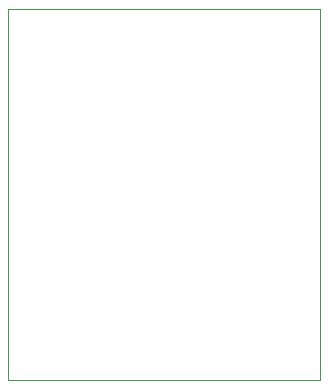
<source format=gbr>
%TF.GenerationSoftware,KiCad,Pcbnew,(5.1.6)-1*%
%TF.CreationDate,2020-12-06T01:58:00+01:00*%
%TF.ProjectId,HorticultureSensor,486f7274-6963-4756-9c74-75726553656e,1.0*%
%TF.SameCoordinates,Original*%
%TF.FileFunction,Profile,NP*%
%FSLAX46Y46*%
G04 Gerber Fmt 4.6, Leading zero omitted, Abs format (unit mm)*
G04 Created by KiCad (PCBNEW (5.1.6)-1) date 2020-12-06 01:58:00*
%MOMM*%
%LPD*%
G01*
G04 APERTURE LIST*
%TA.AperFunction,Profile*%
%ADD10C,0.050000*%
%TD*%
G04 APERTURE END LIST*
D10*
X169950000Y-114460000D02*
X169950000Y-145900000D01*
X169950000Y-114460000D02*
X143548100Y-114460000D01*
X143548100Y-145900140D02*
X143548100Y-114460000D01*
X143548100Y-145900140D02*
X169950000Y-145900140D01*
M02*

</source>
